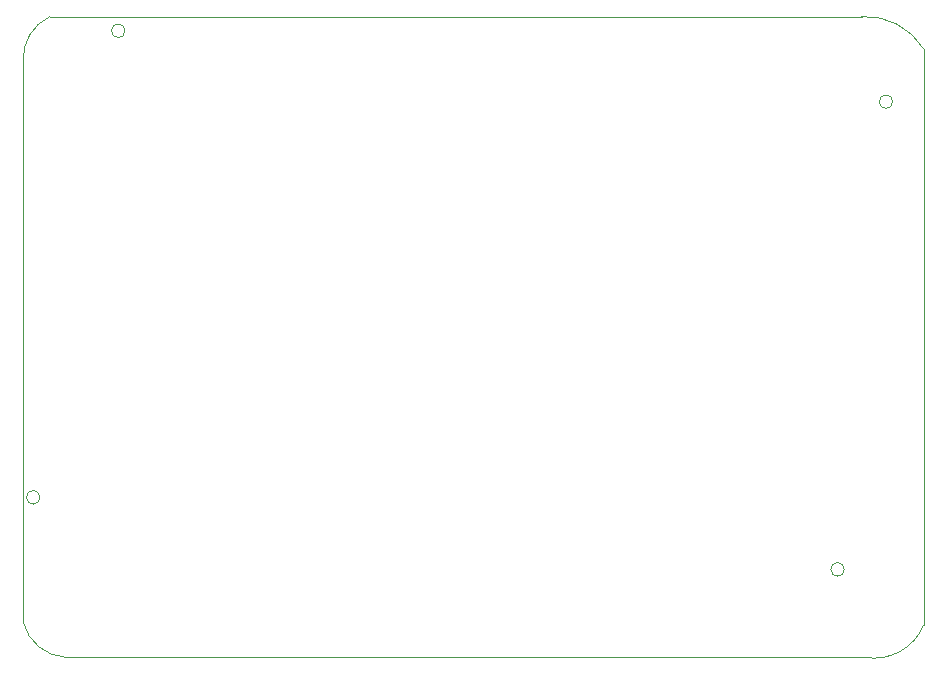
<source format=gbr>
%TF.GenerationSoftware,KiCad,Pcbnew,(5.99.0-3851-g809f4c2ffb)*%
%TF.CreationDate,2020-11-30T00:42:52+00:00*%
%TF.ProjectId,CM4,434d342e-6b69-4636-9164-5f7063625858,rev?*%
%TF.SameCoordinates,Original*%
%TF.FileFunction,Profile,NP*%
%FSLAX46Y46*%
G04 Gerber Fmt 4.6, Leading zero omitted, Abs format (unit mm)*
G04 Created by KiCad (PCBNEW (5.99.0-3851-g809f4c2ffb)) date 2020-11-30 00:42:52*
%MOMM*%
%LPD*%
G01*
G04 APERTURE LIST*
%TA.AperFunction,Profile*%
%ADD10C,0.100000*%
%TD*%
G04 APERTURE END LIST*
D10*
X76176000Y-122700000D02*
G75*
G03*
X76176000Y-122700000I-576000J0D01*
G01*
X144276000Y-128800000D02*
G75*
G03*
X144276000Y-128800000I-576000J0D01*
G01*
X148376000Y-89200000D02*
G75*
G03*
X148376000Y-89200000I-576000J0D01*
G01*
X83376000Y-83200000D02*
G75*
G03*
X83376000Y-83200000I-576000J0D01*
G01*
X77000000Y-82000000D02*
X145750000Y-82000000D01*
X78381316Y-136249999D02*
G75*
G02*
X74750000Y-133250000I208957J3950673D01*
G01*
X74750000Y-133250000D02*
X74750000Y-85750000D01*
X151000000Y-133500000D02*
G75*
G02*
X146000001Y-136249999I-4209035J1732338D01*
G01*
X151000000Y-84750000D02*
X151000000Y-133500000D01*
X146000000Y-136250000D02*
X78381316Y-136249999D01*
X77000000Y-82000000D02*
G75*
G03*
X74750000Y-85750000I1708333J-3575000D01*
G01*
X151000000Y-84750000D02*
G75*
G03*
X145750000Y-82000000I-4923442J-3012934D01*
G01*
M02*

</source>
